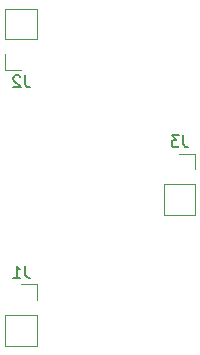
<source format=gbr>
%TF.GenerationSoftware,KiCad,Pcbnew,(6.0.8-1)-1*%
%TF.CreationDate,2023-05-30T17:25:45-07:00*%
%TF.ProjectId,SiPM_breakout,5369504d-5f62-4726-9561-6b6f75742e6b,rev?*%
%TF.SameCoordinates,Original*%
%TF.FileFunction,Legend,Bot*%
%TF.FilePolarity,Positive*%
%FSLAX46Y46*%
G04 Gerber Fmt 4.6, Leading zero omitted, Abs format (unit mm)*
G04 Created by KiCad (PCBNEW (6.0.8-1)-1) date 2023-05-30 17:25:45*
%MOMM*%
%LPD*%
G01*
G04 APERTURE LIST*
%ADD10C,0.150000*%
%ADD11C,0.120000*%
G04 APERTURE END LIST*
D10*
%TO.C,J2*%
X79733333Y-88982380D02*
X79733333Y-89696666D01*
X79780952Y-89839523D01*
X79876190Y-89934761D01*
X80019047Y-89982380D01*
X80114285Y-89982380D01*
X79304761Y-89077619D02*
X79257142Y-89030000D01*
X79161904Y-88982380D01*
X78923809Y-88982380D01*
X78828571Y-89030000D01*
X78780952Y-89077619D01*
X78733333Y-89172857D01*
X78733333Y-89268095D01*
X78780952Y-89410952D01*
X79352380Y-89982380D01*
X78733333Y-89982380D01*
%TO.C,J1*%
X79733333Y-105122380D02*
X79733333Y-105836666D01*
X79780952Y-105979523D01*
X79876190Y-106074761D01*
X80019047Y-106122380D01*
X80114285Y-106122380D01*
X78733333Y-106122380D02*
X79304761Y-106122380D01*
X79019047Y-106122380D02*
X79019047Y-105122380D01*
X79114285Y-105265238D01*
X79209523Y-105360476D01*
X79304761Y-105408095D01*
%TO.C,J3*%
X93133333Y-94047380D02*
X93133333Y-94761666D01*
X93180952Y-94904523D01*
X93276190Y-94999761D01*
X93419047Y-95047380D01*
X93514285Y-95047380D01*
X92752380Y-94047380D02*
X92133333Y-94047380D01*
X92466666Y-94428333D01*
X92323809Y-94428333D01*
X92228571Y-94475952D01*
X92180952Y-94523571D01*
X92133333Y-94618809D01*
X92133333Y-94856904D01*
X92180952Y-94952142D01*
X92228571Y-94999761D01*
X92323809Y-95047380D01*
X92609523Y-95047380D01*
X92704761Y-94999761D01*
X92752380Y-94952142D01*
D11*
%TO.C,J2*%
X78070000Y-87200000D02*
X78070000Y-88530000D01*
X78070000Y-85930000D02*
X80730000Y-85930000D01*
X78070000Y-88530000D02*
X79400000Y-88530000D01*
X78070000Y-85930000D02*
X78070000Y-83330000D01*
X78070000Y-83330000D02*
X80730000Y-83330000D01*
X80730000Y-85930000D02*
X80730000Y-83330000D01*
%TO.C,J1*%
X80730000Y-109270000D02*
X80730000Y-111870000D01*
X78070000Y-109270000D02*
X78070000Y-111870000D01*
X80730000Y-111870000D02*
X78070000Y-111870000D01*
X80730000Y-106670000D02*
X79400000Y-106670000D01*
X80730000Y-108000000D02*
X80730000Y-106670000D01*
X80730000Y-109270000D02*
X78070000Y-109270000D01*
%TO.C,J3*%
X94130000Y-95595000D02*
X92800000Y-95595000D01*
X94130000Y-98195000D02*
X94130000Y-100795000D01*
X91470000Y-98195000D02*
X91470000Y-100795000D01*
X94130000Y-98195000D02*
X91470000Y-98195000D01*
X94130000Y-100795000D02*
X91470000Y-100795000D01*
X94130000Y-96925000D02*
X94130000Y-95595000D01*
%TD*%
M02*

</source>
